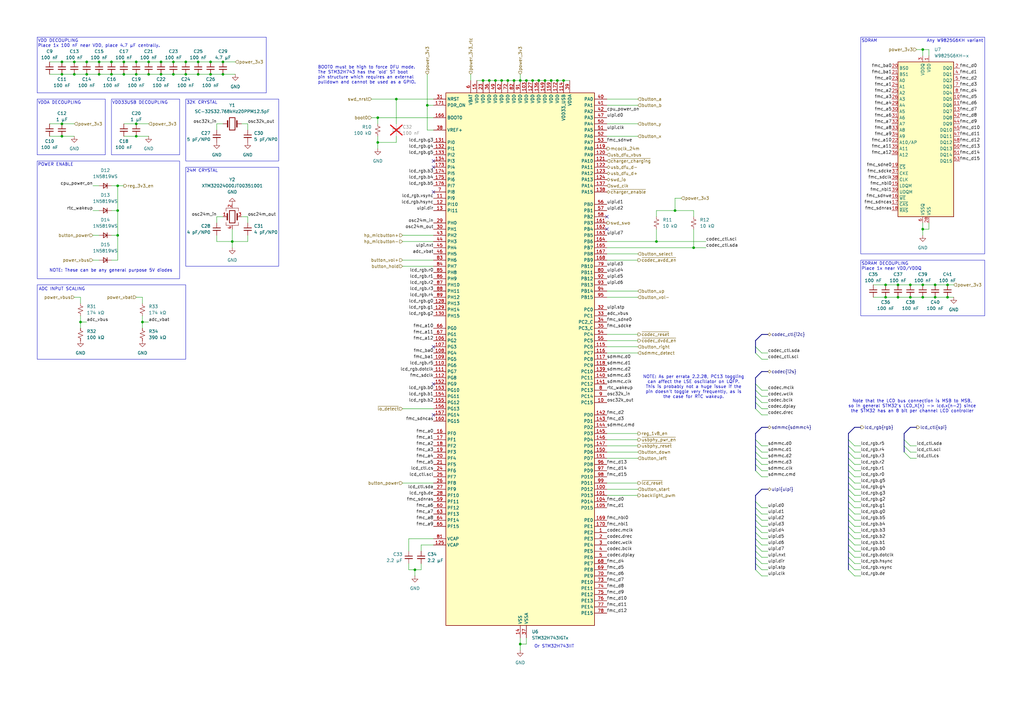
<source format=kicad_sch>
(kicad_sch (version 20250114) (generator "eeschema") (generator_version "9.0")
  (paper "A3")
  (title_block (title "CPU/RAM/power-on circuit") (date "2024-11-14") (rev "Rev1") (comment 1 "Author: Aidan MacDonald"))
  (rectangle (start 15.24 116.84) (end 76.2 147.32))
  (rectangle (start 76.2 40.64) (end 114.3 66.04))
  (rectangle (start 45.72 40.64) (end 73.66 63.5))
  (rectangle (start 15.24 66.04) (end 73.66 114.3))
  (rectangle (start 15.24 40.64) (end 43.18 63.5))
  (rectangle (start 76.2 68.58) (end 114.3 109.22))
  (rectangle (start 15.24 15.24) (end 109.22 38.1))
  (rectangle (start 353.06 15.24) (end 403.86 104.14))
  (rectangle (start 353.06 106.68) (end 403.86 129.54))
  (text "32K CRYSTAL" (at 76.454 41.402 0) (effects (font (size 1.27 1.27)) (justify left top)))
  (text "SDRAM DECOUPLING\nPlace 1x near VDD/VDDQ" (at 353.314 109.22 0) (effects (font (size 1.27 1.27)) (justify left)))
  (text "Note that the LCD bus connection is MSB to MSB,\nso in general STM32's LCD_X(n) -> lcd.x(n-2) since\nthe STM32 has an 8 bit per channel LCD controller" (at 374.142 166.624 0) (effects (font (size 1.27 1.27))))
  (text "BOOT0 must be high to force DFU mode.\nThe STM32H743 has the 'old' ST boot\npin structure which requires an external\npulldown and cannot be used as a GPIO." (at 130.302 30.734 0) (effects (font (size 1.27 1.27)) (justify left)))
  (text "Or STM32H743IIT" (at 227.33 265.176 0) (effects (font (size 1.27 1.27))))
  (text "NOTE: These can be any general purpose 5V diodes" (at 45.466 110.998 0) (effects (font (size 1.27 1.27))))
  (text "ADC INPUT SCALING" (at 25.4 118.618 0) (effects (font (size 1.27 1.27))))
  (text "VDD33USB DECOUPLING" (at 45.974 42.164 0) (effects (font (size 1.27 1.27)) (justify left)))
  (text "NOTE: As per errata 2.2.28, PC13 toggling\ncan affect the LSE oscillator on LQFP.\nThis is probably not a huge issue if the\npin doesn't toggle very frequently, as is\nthe case for RTC wakeup." (at 284.48 158.75 0) (effects (font (size 1.27 1.27))))
  (text "VDD DECOUPLING\nPlace 1x 100 nF near VDD, place 4.7 µF centrally." (at 15.494 17.78 0) (effects (font (size 1.27 1.27)) (justify left)))
  (text "VDDA DECOUPLING" (at 15.494 42.164 0) (effects (font (size 1.27 1.27)) (justify left)))
  (text "24M CRYSTAL" (at 76.454 69.342 0) (effects (font (size 1.27 1.27)) (justify left top)))
  (text "SDRAM" (at 353.314 16.764 0) (effects (font (size 1.27 1.27)) (justify left)))
  (text "POWER ENABLE" (at 15.494 67.564 0) (effects (font (size 1.27 1.27)) (justify left)))
  (text "Any W9825G6KH variant" (at 391.668 16.764 0) (effects (font (size 1.27 1.27))))
  (junction (at 378.46 116.84))
  (junction (at 284.48 101.6))
  (junction (at 170.18 233.68))
  (junction (at 25.4 25.4))
  (junction (at 55.88 30.48))
  (junction (at 378.46 93.98))
  (junction (at 55.88 50.8))
  (junction (at 226.06 33.02))
  (junction (at 76.2 25.4))
  (junction (at 48.26 96.52))
  (junction (at 95.25 99.06))
  (junction (at 231.14 33.02))
  (junction (at 388.62 121.92))
  (junction (at 220.98 33.02))
  (junction (at 208.28 33.02))
  (junction (at 48.26 86.36))
  (junction (at 368.3 116.84))
  (junction (at 40.64 25.4))
  (junction (at 60.96 25.4))
  (junction (at 55.88 25.4))
  (junction (at 60.96 30.48))
  (junction (at 81.28 25.4))
  (junction (at 66.04 25.4))
  (junction (at 35.56 30.48))
  (junction (at 276.86 86.36))
  (junction (at 198.12 33.02))
  (junction (at 45.72 25.4))
  (junction (at 86.36 30.48))
  (junction (at 35.56 25.4))
  (junction (at 71.12 30.48))
  (junction (at 368.3 121.92))
  (junction (at 215.9 33.02))
  (junction (at 378.46 121.92))
  (junction (at 40.64 30.48))
  (junction (at 223.52 33.02))
  (junction (at 71.12 25.4))
  (junction (at 154.94 58.42))
  (junction (at 91.44 30.48))
  (junction (at 205.74 33.02))
  (junction (at 45.72 30.48))
  (junction (at 383.54 121.92))
  (junction (at 213.36 33.02))
  (junction (at 91.44 25.4))
  (junction (at 50.8 25.4))
  (junction (at 363.22 116.84))
  (junction (at 25.4 55.88))
  (junction (at 162.56 40.64))
  (junction (at 378.46 20.32))
  (junction (at 200.66 33.02))
  (junction (at 76.2 30.48))
  (junction (at 373.38 116.84))
  (junction (at 175.26 43.18))
  (junction (at 213.36 264.16))
  (junction (at 30.48 30.48))
  (junction (at 383.54 116.84))
  (junction (at 33.02 132.08))
  (junction (at 81.28 30.48))
  (junction (at 25.4 30.48))
  (junction (at 30.48 25.4))
  (junction (at 55.88 55.88))
  (junction (at 269.24 99.06))
  (junction (at 58.42 132.08))
  (junction (at 363.22 121.92))
  (junction (at 86.36 25.4))
  (junction (at 203.2 33.02))
  (junction (at 48.26 76.2))
  (junction (at 50.8 30.48))
  (junction (at 25.4 50.8))
  (junction (at 218.44 33.02))
  (junction (at 373.38 121.92))
  (junction (at 388.62 116.84))
  (junction (at 210.82 33.02))
  (junction (at 154.94 48.26))
  (junction (at 228.6 33.02))
  (junction (at 66.04 30.48))
  (no_connect (at 177.8 170.18))
  (no_connect (at 177.8 157.48))
  (no_connect (at 248.92 93.98))
  (no_connect (at 177.8 66.04))
  (no_connect (at 248.92 88.9))
  (no_connect (at 177.8 142.24))
  (no_connect (at 177.8 78.74))
  (no_connect (at 177.8 68.58))
  (bus_entry (at 309.88 160.02) (size 2.54 2.54))
  (bus_entry (at 309.88 213.36) (size 2.54 2.54))
  (bus_entry (at 309.88 215.9) (size 2.54 2.54))
  (bus_entry (at 347.98 223.52) (size 2.54 2.54))
  (bus_entry (at 370.84 182.88) (size 2.54 2.54))
  (bus_entry (at 347.98 213.36) (size 2.54 2.54))
  (bus_entry (at 309.88 162.56) (size 2.54 2.54))
  (bus_entry (at 309.88 142.24) (size 2.54 2.54))
  (bus_entry (at 347.98 226.06) (size 2.54 2.54))
  (bus_entry (at 347.98 220.98) (size 2.54 2.54))
  (bus_entry (at 347.98 210.82) (size 2.54 2.54))
  (bus_entry (at 309.88 182.88) (size 2.54 2.54))
  (bus_entry (at 347.98 218.44) (size 2.54 2.54))
  (bus_entry (at 347.98 190.5) (size 2.54 2.54))
  (bus_entry (at 309.88 144.78) (size 2.54 2.54))
  (bus_entry (at 347.98 205.74) (size 2.54 2.54))
  (bus_entry (at 309.88 165.1) (size 2.54 2.54))
  (bus_entry (at 347.98 208.28) (size 2.54 2.54))
  (bus_entry (at 309.88 223.52) (size 2.54 2.54))
  (bus_entry (at 347.98 215.9) (size 2.54 2.54))
  (bus_entry (at 309.88 185.42) (size 2.54 2.54))
  (bus_entry (at 309.88 210.82) (size 2.54 2.54))
  (bus_entry (at 347.98 233.68) (size 2.54 2.54))
  (bus_entry (at 347.98 193.04) (size 2.54 2.54))
  (bus_entry (at 309.88 233.68) (size 2.54 2.54))
  (bus_entry (at 347.98 228.6) (size 2.54 2.54))
  (bus_entry (at 309.88 220.98) (size 2.54 2.54))
  (bus_entry (at 309.88 180.34) (size 2.54 2.54))
  (bus_entry (at 309.88 167.64) (size 2.54 2.54))
  (bus_entry (at 370.84 185.42) (size 2.54 2.54))
  (bus_entry (at 309.88 208.28) (size 2.54 2.54))
  (bus_entry (at 309.88 226.06) (size 2.54 2.54))
  (bus_entry (at 309.88 157.48) (size 2.54 2.54))
  (bus_entry (at 347.98 200.66) (size 2.54 2.54))
  (bus_entry (at 370.84 180.34) (size 2.54 2.54))
  (bus_entry (at 347.98 203.2) (size 2.54 2.54))
  (bus_entry (at 309.88 190.5) (size 2.54 2.54))
  (bus_entry (at 309.88 193.04) (size 2.54 2.54))
  (bus_entry (at 347.98 195.58) (size 2.54 2.54))
  (bus_entry (at 347.98 185.42) (size 2.54 2.54))
  (bus_entry (at 309.88 205.74) (size 2.54 2.54))
  (bus_entry (at 309.88 218.44) (size 2.54 2.54))
  (bus_entry (at 347.98 231.14) (size 2.54 2.54))
  (bus_entry (at 309.88 228.6) (size 2.54 2.54))
  (bus_entry (at 347.98 198.12) (size 2.54 2.54))
  (bus_entry (at 309.88 231.14) (size 2.54 2.54))
  (bus_entry (at 309.88 187.96) (size 2.54 2.54))
  (bus_entry (at 347.98 182.88) (size 2.54 2.54))
  (bus_entry (at 347.98 187.96) (size 2.54 2.54))
  (bus_entry (at 347.98 180.34) (size 2.54 2.54))
  (bus (pts (xy 309.88 154.94) (xy 312.42 152.4)))
  (wire (pts (xy 101.6 50.8) (xy 99.06 50.8)))
  (wire (pts (xy 312.42 185.42) (xy 314.96 185.42)))
  (wire (pts (xy 165.1 109.22) (xy 177.8 109.22)))
  (bus (pts (xy 347.98 182.88) (xy 347.98 185.42)))
  (wire (pts (xy 30.48 25.4) (xy 35.56 25.4)))
  (wire (pts (xy 228.6 33.02) (xy 231.14 33.02)))
  (wire (pts (xy 312.42 195.58) (xy 314.96 195.58)))
  (wire (pts (xy 353.06 185.42) (xy 350.52 185.42)))
  (wire (pts (xy 381 93.98) (xy 381 91.44)))
  (wire (pts (xy 284.48 86.36) (xy 284.48 88.9)))
  (wire (pts (xy 50.8 76.2) (xy 48.26 76.2)))
  (wire (pts (xy 165.1 167.64) (xy 177.8 167.64)))
  (bus (pts (xy 309.88 226.06) (xy 309.88 228.6)))
  (bus (pts (xy 309.88 223.52) (xy 309.88 226.06)))
  (bus (pts (xy 347.98 185.42) (xy 347.98 187.96)))
  (wire (pts (xy 76.2 25.4) (xy 81.28 25.4)))
  (wire (pts (xy 172.72 233.68) (xy 170.18 233.68)))
  (wire (pts (xy 312.42 231.14) (xy 314.96 231.14)))
  (wire (pts (xy 353.06 200.66) (xy 350.52 200.66)))
  (wire (pts (xy 261.62 177.8) (xy 248.92 177.8)))
  (bus (pts (xy 347.98 215.9) (xy 347.98 218.44)))
  (wire (pts (xy 353.06 218.44) (xy 350.52 218.44)))
  (bus (pts (xy 309.88 185.42) (xy 309.88 187.96)))
  (wire (pts (xy 378.46 20.32) (xy 378.46 22.86)))
  (wire (pts (xy 101.6 88.9) (xy 99.06 88.9)))
  (wire (pts (xy 261.62 139.7) (xy 248.92 139.7)))
  (wire (pts (xy 88.9 96.52) (xy 88.9 99.06)))
  (bus (pts (xy 309.88 165.1) (xy 309.88 167.64)))
  (wire (pts (xy 312.42 167.64) (xy 314.96 167.64)))
  (wire (pts (xy 45.72 96.52) (xy 48.26 96.52)))
  (wire (pts (xy 353.06 233.68) (xy 350.52 233.68)))
  (bus (pts (xy 347.98 228.6) (xy 347.98 231.14)))
  (wire (pts (xy 55.88 50.8) (xy 60.96 50.8)))
  (wire (pts (xy 162.56 58.42) (xy 154.94 58.42)))
  (wire (pts (xy 165.1 106.68) (xy 177.8 106.68)))
  (wire (pts (xy 177.8 220.98) (xy 167.64 220.98)))
  (wire (pts (xy 58.42 132.08) (xy 58.42 134.62)))
  (wire (pts (xy 213.36 264.16) (xy 215.9 264.16)))
  (wire (pts (xy 195.58 33.02) (xy 198.12 33.02)))
  (wire (pts (xy 353.06 205.74) (xy 350.52 205.74)))
  (bus (pts (xy 347.98 220.98) (xy 347.98 223.52)))
  (wire (pts (xy 353.06 203.2) (xy 350.52 203.2)))
  (wire (pts (xy 58.42 129.54) (xy 58.42 132.08)))
  (wire (pts (xy 38.1 76.2) (xy 40.64 76.2)))
  (bus (pts (xy 312.42 152.4) (xy 314.96 152.4)))
  (wire (pts (xy 312.42 147.32) (xy 314.96 147.32)))
  (wire (pts (xy 175.26 30.48) (xy 175.26 43.18)))
  (wire (pts (xy 154.94 48.26) (xy 154.94 50.8)))
  (wire (pts (xy 312.42 228.6) (xy 314.96 228.6)))
  (wire (pts (xy 276.86 81.28) (xy 276.86 86.36)))
  (wire (pts (xy 248.92 99.06) (xy 269.24 99.06)))
  (wire (pts (xy 358.14 121.92) (xy 363.22 121.92)))
  (wire (pts (xy 378.46 116.84) (xy 383.54 116.84)))
  (wire (pts (xy 33.02 132.08) (xy 33.02 134.62)))
  (wire (pts (xy 312.42 236.22) (xy 314.96 236.22)))
  (wire (pts (xy 48.26 76.2) (xy 45.72 76.2)))
  (wire (pts (xy 378.46 93.98) (xy 378.46 96.52)))
  (wire (pts (xy 284.48 101.6) (xy 289.56 101.6)))
  (bus (pts (xy 309.88 215.9) (xy 309.88 218.44)))
  (bus (pts (xy 347.98 180.34) (xy 347.98 182.88)))
  (wire (pts (xy 373.38 121.92) (xy 378.46 121.92)))
  (wire (pts (xy 45.72 86.36) (xy 48.26 86.36)))
  (wire (pts (xy 261.62 50.8) (xy 248.92 50.8)))
  (wire (pts (xy 353.06 228.6) (xy 350.52 228.6)))
  (bus (pts (xy 347.98 177.8) (xy 347.98 180.34)))
  (wire (pts (xy 248.92 200.66) (xy 261.62 200.66)))
  (bus (pts (xy 309.88 220.98) (xy 309.88 223.52)))
  (bus (pts (xy 347.98 193.04) (xy 347.98 195.58)))
  (wire (pts (xy 353.06 220.98) (xy 350.52 220.98)))
  (wire (pts (xy 58.42 132.08) (xy 60.96 132.08)))
  (bus (pts (xy 347.98 200.66) (xy 347.98 203.2)))
  (wire (pts (xy 312.42 160.02) (xy 314.96 160.02)))
  (wire (pts (xy 38.1 106.68) (xy 40.64 106.68)))
  (wire (pts (xy 350.52 187.96) (xy 353.06 187.96)))
  (wire (pts (xy 58.42 121.92) (xy 58.42 124.46)))
  (wire (pts (xy 193.04 30.48) (xy 193.04 33.02)))
  (wire (pts (xy 55.88 55.88) (xy 60.96 55.88)))
  (wire (pts (xy 312.42 190.5) (xy 314.96 190.5)))
  (bus (pts (xy 309.88 210.82) (xy 309.88 213.36)))
  (bus (pts (xy 309.88 157.48) (xy 309.88 160.02)))
  (wire (pts (xy 50.8 30.48) (xy 55.88 30.48)))
  (wire (pts (xy 220.98 33.02) (xy 223.52 33.02)))
  (wire (pts (xy 175.26 43.18) (xy 177.8 43.18)))
  (wire (pts (xy 25.4 25.4) (xy 30.48 25.4)))
  (wire (pts (xy 312.42 233.68) (xy 314.96 233.68)))
  (wire (pts (xy 165.1 99.06) (xy 177.8 99.06)))
  (bus (pts (xy 309.88 162.56) (xy 309.88 165.1)))
  (bus (pts (xy 347.98 198.12) (xy 347.98 200.66)))
  (wire (pts (xy 167.64 233.68) (xy 170.18 233.68)))
  (wire (pts (xy 261.62 104.14) (xy 248.92 104.14)))
  (wire (pts (xy 353.06 215.9) (xy 350.52 215.9)))
  (wire (pts (xy 218.44 33.02) (xy 220.98 33.02)))
  (bus (pts (xy 347.98 231.14) (xy 347.98 233.68)))
  (wire (pts (xy 81.28 25.4) (xy 86.36 25.4)))
  (wire (pts (xy 261.62 187.96) (xy 248.92 187.96)))
  (wire (pts (xy 198.12 33.02) (xy 200.66 33.02)))
  (bus (pts (xy 309.88 187.96) (xy 309.88 190.5)))
  (wire (pts (xy 353.06 195.58) (xy 350.52 195.58)))
  (bus (pts (xy 309.88 160.02) (xy 309.88 162.56)))
  (wire (pts (xy 20.32 55.88) (xy 25.4 55.88)))
  (wire (pts (xy 95.25 101.6) (xy 95.25 99.06)))
  (bus (pts (xy 347.98 205.74) (xy 347.98 208.28)))
  (wire (pts (xy 375.92 187.96) (xy 373.38 187.96)))
  (bus (pts (xy 347.98 190.5) (xy 347.98 193.04)))
  (wire (pts (xy 378.46 93.98) (xy 378.46 91.44)))
  (wire (pts (xy 261.62 40.64) (xy 248.92 40.64)))
  (wire (pts (xy 152.4 48.26) (xy 154.94 48.26)))
  (wire (pts (xy 353.06 190.5) (xy 350.52 190.5)))
  (wire (pts (xy 20.32 25.4) (xy 25.4 25.4)))
  (wire (pts (xy 383.54 116.84) (xy 388.62 116.84)))
  (wire (pts (xy 213.36 30.48) (xy 213.36 33.02)))
  (wire (pts (xy 388.62 116.84) (xy 391.16 116.84)))
  (wire (pts (xy 231.14 33.02) (xy 233.68 33.02)))
  (bus (pts (xy 309.88 139.7) (xy 309.88 142.24)))
  (wire (pts (xy 60.96 30.48) (xy 66.04 30.48)))
  (wire (pts (xy 261.62 203.2) (xy 248.92 203.2)))
  (wire (pts (xy 353.06 223.52) (xy 350.52 223.52)))
  (wire (pts (xy 261.62 119.38) (xy 248.92 119.38)))
  (bus (pts (xy 370.84 177.8) (xy 370.84 180.34)))
  (wire (pts (xy 269.24 86.36) (xy 276.86 86.36)))
  (wire (pts (xy 162.56 55.88) (xy 162.56 58.42)))
  (wire (pts (xy 353.06 236.22) (xy 350.52 236.22)))
  (wire (pts (xy 205.74 33.02) (xy 208.28 33.02)))
  (wire (pts (xy 261.62 106.68) (xy 248.92 106.68)))
  (bus (pts (xy 347.98 226.06) (xy 347.98 228.6)))
  (bus (pts (xy 347.98 203.2) (xy 347.98 205.74)))
  (wire (pts (xy 38.1 96.52) (xy 40.64 96.52)))
  (wire (pts (xy 170.18 233.68) (xy 170.18 236.22)))
  (wire (pts (xy 276.86 86.36) (xy 284.48 86.36)))
  (wire (pts (xy 312.42 187.96) (xy 314.96 187.96)))
  (wire (pts (xy 363.22 116.84) (xy 368.3 116.84)))
  (wire (pts (xy 203.2 33.02) (xy 205.74 33.02)))
  (wire (pts (xy 261.62 121.92) (xy 248.92 121.92)))
  (wire (pts (xy 81.28 30.48) (xy 86.36 30.48)))
  (wire (pts (xy 71.12 30.48) (xy 76.2 30.48)))
  (wire (pts (xy 375.92 185.42) (xy 373.38 185.42)))
  (wire (pts (xy 269.24 88.9) (xy 269.24 86.36)))
  (wire (pts (xy 200.66 33.02) (xy 203.2 33.02)))
  (wire (pts (xy 312.42 223.52) (xy 314.96 223.52)))
  (wire (pts (xy 383.54 121.92) (xy 388.62 121.92)))
  (wire (pts (xy 172.72 231.14) (xy 172.72 233.68)))
  (wire (pts (xy 88.9 99.06) (xy 95.25 99.06)))
  (wire (pts (xy 363.22 121.92) (xy 368.3 121.92)))
  (bus (pts (xy 309.88 177.8) (xy 309.88 180.34)))
  (bus (pts (xy 309.88 205.74) (xy 309.88 208.28)))
  (wire (pts (xy 177.8 53.34) (xy 175.26 53.34)))
  (wire (pts (xy 312.42 218.44) (xy 314.96 218.44)))
  (bus (pts (xy 347.98 213.36) (xy 347.98 215.9)))
  (wire (pts (xy 373.38 116.84) (xy 378.46 116.84)))
  (wire (pts (xy 261.62 137.16) (xy 248.92 137.16)))
  (wire (pts (xy 154.94 48.26) (xy 177.8 48.26)))
  (wire (pts (xy 358.14 116.84) (xy 363.22 116.84)))
  (wire (pts (xy 312.42 215.9) (xy 314.96 215.9)))
  (bus (pts (xy 312.42 137.16) (xy 314.96 137.16)))
  (bus (pts (xy 347.98 187.96) (xy 347.98 190.5)))
  (wire (pts (xy 38.1 86.36) (xy 40.64 86.36)))
  (wire (pts (xy 172.72 223.52) (xy 177.8 223.52)))
  (wire (pts (xy 312.42 220.98) (xy 314.96 220.98)))
  (wire (pts (xy 25.4 50.8) (xy 30.48 50.8)))
  (bus (pts (xy 309.88 231.14) (xy 309.88 233.68)))
  (wire (pts (xy 101.6 99.06) (xy 95.25 99.06)))
  (bus (pts (xy 347.98 195.58) (xy 347.98 198.12)))
  (wire (pts (xy 312.42 170.18) (xy 314.96 170.18)))
  (bus (pts (xy 370.84 182.88) (xy 370.84 180.34)))
  (wire (pts (xy 66.04 25.4) (xy 71.12 25.4)))
  (bus (pts (xy 309.88 208.28) (xy 309.88 210.82)))
  (wire (pts (xy 215.9 261.62) (xy 215.9 264.16)))
  (bus (pts (xy 312.42 200.66) (xy 314.96 200.66)))
  (wire (pts (xy 312.42 226.06) (xy 314.96 226.06)))
  (wire (pts (xy 91.44 25.4) (xy 96.52 25.4)))
  (wire (pts (xy 66.04 30.48) (xy 71.12 30.48)))
  (wire (pts (xy 162.56 40.64) (xy 177.8 40.64)))
  (wire (pts (xy 368.3 116.84) (xy 373.38 116.84)))
  (wire (pts (xy 33.02 129.54) (xy 33.02 132.08)))
  (wire (pts (xy 167.64 231.14) (xy 167.64 233.68)))
  (wire (pts (xy 269.24 99.06) (xy 289.56 99.06)))
  (wire (pts (xy 101.6 50.8) (xy 101.6 53.34)))
  (wire (pts (xy 226.06 33.02) (xy 228.6 33.02)))
  (bus (pts (xy 309.88 203.2) (xy 312.42 200.66)))
  (wire (pts (xy 312.42 182.88) (xy 314.96 182.88)))
  (wire (pts (xy 101.6 96.52) (xy 101.6 99.06)))
  (wire (pts (xy 60.96 25.4) (xy 66.04 25.4)))
  (bus (pts (xy 347.98 177.8) (xy 350.52 175.26)))
  (wire (pts (xy 353.06 210.82) (xy 350.52 210.82)))
  (wire (pts (xy 353.06 208.28) (xy 350.52 208.28)))
  (bus (pts (xy 309.88 154.94) (xy 309.88 157.48)))
  (wire (pts (xy 375.92 182.88) (xy 373.38 182.88)))
  (wire (pts (xy 261.62 180.34) (xy 248.92 180.34)))
  (wire (pts (xy 88.9 88.9) (xy 88.9 91.44)))
  (bus (pts (xy 347.98 208.28) (xy 347.98 210.82)))
  (wire (pts (xy 353.06 231.14) (xy 350.52 231.14)))
  (wire (pts (xy 30.48 30.48) (xy 35.56 30.48)))
  (wire (pts (xy 95.25 99.06) (xy 95.25 93.98)))
  (wire (pts (xy 261.62 198.12) (xy 248.92 198.12)))
  (wire (pts (xy 312.42 210.82) (xy 314.96 210.82)))
  (wire (pts (xy 167.64 220.98) (xy 167.64 226.06)))
  (wire (pts (xy 45.72 25.4) (xy 50.8 25.4)))
  (wire (pts (xy 88.9 88.9) (xy 91.44 88.9)))
  (wire (pts (xy 50.8 25.4) (xy 55.88 25.4)))
  (wire (pts (xy 25.4 55.88) (xy 30.48 55.88)))
  (wire (pts (xy 88.9 50.8) (xy 88.9 53.34)))
  (wire (pts (xy 76.2 30.48) (xy 81.28 30.48)))
  (wire (pts (xy 381 22.86) (xy 381 20.32)))
  (wire (pts (xy 40.64 30.48) (xy 45.72 30.48)))
  (wire (pts (xy 165.1 96.52) (xy 177.8 96.52)))
  (wire (pts (xy 86.36 30.48) (xy 91.44 30.48)))
  (wire (pts (xy 30.48 121.92) (xy 33.02 121.92)))
  (bus (pts (xy 347.98 223.52) (xy 347.98 226.06)))
  (wire (pts (xy 269.24 93.98) (xy 269.24 99.06)))
  (wire (pts (xy 388.62 121.92) (xy 391.16 121.92)))
  (bus (pts (xy 309.88 218.44) (xy 309.88 220.98)))
  (wire (pts (xy 165.1 198.12) (xy 177.8 198.12)))
  (wire (pts (xy 55.88 30.48) (xy 60.96 30.48)))
  (wire (pts (xy 71.12 25.4) (xy 76.2 25.4)))
  (wire (pts (xy 261.62 43.18) (xy 248.92 43.18)))
  (wire (pts (xy 378.46 121.92) (xy 383.54 121.92)))
  (bus (pts (xy 309.88 228.6) (xy 309.88 231.14)))
  (bus (pts (xy 309.88 177.8) (xy 312.42 175.26)))
  (bus (pts (xy 350.52 175.26) (xy 353.06 175.26)))
  (wire (pts (xy 45.72 30.48) (xy 50.8 30.48)))
  (bus (pts (xy 312.42 175.26) (xy 314.96 175.26)))
  (wire (pts (xy 261.62 142.24) (xy 248.92 142.24)))
  (wire (pts (xy 213.36 33.02) (xy 215.9 33.02)))
  (wire (pts (xy 20.32 30.48) (xy 25.4 30.48)))
  (wire (pts (xy 312.42 193.04) (xy 314.96 193.04)))
  (wire (pts (xy 312.42 144.78) (xy 314.96 144.78)))
  (wire (pts (xy 154.94 60.96) (xy 154.94 58.42)))
  (wire (pts (xy 210.82 33.02) (xy 213.36 33.02)))
  (wire (pts (xy 312.42 208.28) (xy 314.96 208.28)))
  (bus (pts (xy 309.88 139.7) (xy 312.42 137.16)))
  (wire (pts (xy 91.44 30.48) (xy 96.52 30.48)))
  (wire (pts (xy 48.26 106.68) (xy 48.26 96.52)))
  (wire (pts (xy 261.62 185.42) (xy 248.92 185.42)))
  (wire (pts (xy 261.62 144.78) (xy 248.92 144.78)))
  (wire (pts (xy 213.36 261.62) (xy 213.36 264.16)))
  (bus (pts (xy 309.88 213.36) (xy 309.88 215.9)))
  (wire (pts (xy 375.92 20.32) (xy 378.46 20.32)))
  (wire (pts (xy 152.4 40.64) (xy 162.56 40.64)))
  (wire (pts (xy 213.36 266.7) (xy 213.36 264.16)))
  (wire (pts (xy 50.8 55.88) (xy 55.88 55.88)))
  (wire (pts (xy 101.6 88.9) (xy 101.6 91.44)))
  (wire (pts (xy 88.9 50.8) (xy 91.44 50.8)))
  (bus (pts (xy 309.88 203.2) (xy 309.88 205.74)))
  (bus (pts (xy 347.98 210.82) (xy 347.98 213.36)))
  (wire (pts (xy 35.56 30.48) (xy 40.64 30.48)))
  (wire (pts (xy 312.42 162.56) (xy 314.96 162.56)))
  (wire (pts (xy 353.06 226.06) (xy 350.52 226.06)))
  (wire (pts (xy 312.42 165.1) (xy 314.96 165.1)))
  (bus (pts (xy 309.88 180.34) (xy 309.88 182.88)))
  (wire (pts (xy 50.8 50.8) (xy 55.88 50.8)))
  (wire (pts (xy 353.06 193.04) (xy 350.52 193.04)))
  (wire (pts (xy 35.56 25.4) (xy 40.64 25.4)))
  (wire (pts (xy 353.06 198.12) (xy 350.52 198.12)))
  (bus (pts (xy 370.84 177.8) (xy 373.38 175.26)))
  (wire (pts (xy 55.88 25.4) (xy 60.96 25.4)))
  (wire (pts (xy 368.3 121.92) (xy 373.38 121.92)))
  (bus (pts (xy 347.98 218.44) (xy 347.98 220.98)))
  (bus (pts (xy 309.88 182.88) (xy 309.88 185.42)))
  (wire (pts (xy 25.4 30.48) (xy 30.48 30.48)))
  (bus (pts (xy 309.88 190.5) (xy 309.88 193.04)))
  (wire (pts (xy 86.36 25.4) (xy 91.44 25.4)))
  (wire (pts (xy 312.42 213.36) (xy 314.96 213.36)))
  (wire (pts (xy 381 20.32) (xy 378.46 20.32)))
  (wire (pts (xy 33.02 121.92) (xy 33.02 124.46)))
  (wire (pts (xy 353.06 213.36) (xy 350.52 213.36)))
  (bus (pts (xy 373.38 175.26) (xy 375.92 175.26)))
  (wire (pts (xy 20.32 50.8) (xy 25.4 50.8)))
  (wire (pts (xy 261.62 182.88) (xy 248.92 182.88)))
  (wire (pts (xy 154.94 58.42) (xy 154.94 55.88)))
  (wire (pts (xy 261.62 55.88) (xy 248.92 55.88)))
  (wire (pts (xy 378.46 93.98) (xy 381 93.98)))
  (wire (pts (xy 284.48 93.98) (xy 284.48 101.6)))
  (wire (pts (xy 208.28 33.02) (xy 210.82 33.02)))
  (wire (pts (xy 175.26 53.34) (xy 175.26 43.18)))
  (wire (pts (xy 35.56 132.08) (xy 33.02 132.08)))
  (wire (pts (xy 55.88 121.92) (xy 58.42 121.92)))
  (wire (pts (xy 48.26 86.36) (xy 48.26 76.2)))
  (wire (pts (xy 276.86 81.28) (xy 279.4 81.28)))
  (bus (pts (xy 370.84 185.42) (xy 370.84 182.88)))
  (wire (pts (xy 172.72 226.06) (xy 172.72 223.52)))
  (wire (pts (xy 162.56 40.64) (xy 162.56 50.8)))
  (wire (pts (xy 40.64 25.4) (xy 45.72 25.4)))
  (wire (pts (xy 215.9 33.02) (xy 218.44 33.02)))
  (wire (pts (xy 45.72 106.68) (xy 48.26 106.68)))
  (bus (pts (xy 309.88 142.24) (xy 309.88 144.78)))
  (wire (pts (xy 223.52 33.02) (xy 226.06 33.02)))
  (wire (pts (xy 353.06 182.88) (xy 350.52 182.88)))
  (wire (pts (xy 248.92 101.6) (xy 284.48 101.6)))
  (wire (pts (xy 48.26 96.52) (xy 48.26 86.36)))
  (label "ulpi.d7" (at 314.96 226.06 0))
  (label "lcd_rgb.b2" (at 177.8 165.1 180))
  (label "lcd_rgb.g2" (at 353.06 205.74 0))
  (label "osc24m_out" (at 177.8 93.98 180))
  (label "ulpi.d4" (at 248.92 111.76 0))
  (label "lcd_rgb.r3" (at 177.8 119.38 180))
  (label "adc_vbus" (at 35.56 132.08 0))
  (label "fmc_sdncas" (at 365.76 83.82 180))
  (label "adc_vbus" (at 248.92 129.54 0))
  (label "codec_ctl.scl" (at 314.96 147.32 0))
  (label "codec.drec" (at 314.96 170.18 0))
  (label "fmc_d11" (at 393.7 55.88 0))
  (label "osc32k_out" (at 101.6 50.8 0))
  (label "lcd_rgb.b4" (at 177.8 73.66 180))
  (label "fmc_a9" (at 365.76 55.88 180))
  (label "sdmmc.cmd" (at 314.96 195.58 0))
  (label "fmc_d9" (at 393.7 50.8 0))
  (label "osc32k_in" (at 88.9 50.8 180))
  (label "codec_ctl.sda" (at 289.56 101.6 0))
  (label "lcd_rgb.de" (at 177.8 203.2 180))
  (label "codec.dplay" (at 314.96 167.64 0))
  (label "fmc_sdnwe" (at 365.76 81.28 180))
  (label "fmc_a2" (at 177.8 182.88 180))
  (label "ulpi.stp" (at 314.96 233.68 0))
  (label "lcd_ctl.sda" (at 375.92 182.88 0))
  (label "fmc_sdclk" (at 177.8 154.94 180))
  (label "fmc_nbl0" (at 248.92 213.36 0))
  (label "ulpi.stp" (at 248.92 127 0))
  (label "fmc_sdne0" (at 365.76 68.58 180))
  (label "lcd_rgb.b1" (at 353.06 223.52 0))
  (label "osc24m_out" (at 101.6 88.9 0))
  (label "lcd_ctl.scl" (at 177.8 195.58 180))
  (label "fmc_d4" (at 393.7 38.1 0))
  (label "lcd_rgb.b3" (at 177.8 71.12 180))
  (label "fmc_d1" (at 248.92 208.28 0))
  (label "lcd_rgb.b0" (at 353.06 226.06 0))
  (label "fmc_d4" (at 248.92 231.14 0))
  (label "lcd_ctl.scl" (at 375.92 185.42 0))
  (label "sdmmc.d2" (at 248.92 152.4 0))
  (label "fmc_d8" (at 393.7 48.26 0))
  (label "lcd_ctl.sda" (at 177.8 200.66 180))
  (label "lcd_rgb.r5" (at 353.06 182.88 0))
  (label "lcd_rgb.b4" (at 353.06 215.9 0))
  (label "fmc_a12" (at 177.8 139.7 180))
  (label "lcd_rgb.r1" (at 177.8 114.3 180))
  (label "fmc_a8" (at 177.8 213.36 180))
  (label "fmc_a7" (at 177.8 210.82 180))
  (label "fmc_d6" (at 393.7 43.18 0))
  (label "fmc_d8" (at 248.92 241.3 0))
  (label "fmc_a5" (at 365.76 45.72 180))
  (label "ulpi.clk" (at 314.96 236.22 0))
  (label "ulpi.clk" (at 248.92 53.34 0))
  (label "ulpi.dir" (at 314.96 231.14 0))
  (label "fmc_d6" (at 248.92 236.22 0))
  (label "lcd_rgb.b5" (at 353.06 213.36 0))
  (label "lcd_rgb.r5" (at 177.8 149.86 180))
  (label "lcd_rgb.vsync" (at 177.8 81.28 180))
  (label "fmc_d1" (at 393.7 30.48 0))
  (label "sdmmc.d3" (at 248.92 154.94 0))
  (label "fmc_d10" (at 248.92 246.38 0))
  (label "lcd_rgb.g0" (at 353.06 210.82 0))
  (label "fmc_a0" (at 365.76 33.02 180))
  (label "lcd_rgb.dotclk" (at 353.06 228.6 0))
  (label "ulpi.nxt" (at 177.8 101.6 180))
  (label "lcd_rgb.g3" (at 353.06 203.2 0))
  (label "fmc_a10" (at 177.8 134.62 180))
  (label "fmc_d3" (at 393.7 35.56 0))
  (label "fmc_a2" (at 365.76 38.1 180))
  (label "ulpi.d1" (at 248.92 83.82 0))
  (label "fmc_d13" (at 393.7 60.96 0))
  (label "fmc_d14" (at 393.7 63.5 0))
  (label "fmc_a0" (at 177.8 177.8 180))
  (label "ulpi.d2" (at 248.92 86.36 0))
  (label "lcd_rgb.g1" (at 353.06 208.28 0))
  (label "lcd_rgb.g5" (at 177.8 63.5 180))
  (label "fmc_d7" (at 248.92 238.76 0))
  (label "lcd_rgb.g4" (at 353.06 200.66 0))
  (label "fmc_a3" (at 365.76 40.64 180))
  (label "ulpi.d0" (at 314.96 208.28 0))
  (label "fmc_ba1" (at 177.8 147.32 180))
  (label "fmc_d15" (at 393.7 66.04 0))
  (label "fmc_sdcke" (at 248.92 134.62 0))
  (label "sdmmc.clk" (at 314.96 193.04 0))
  (label "ulpi.d7" (at 248.92 96.52 0))
  (label "codec.bclk" (at 314.96 165.1 0))
  (label "sdmmc.d2" (at 314.96 187.96 0))
  (label "lcd_rgb.g4" (at 177.8 60.96 180))
  (label "fmc_a6" (at 177.8 208.28 180))
  (label "ulpi.nxt" (at 314.96 228.6 0))
  (label "fmc_a3" (at 177.8 185.42 180))
  (label "fmc_d14" (at 248.92 193.04 0))
  (label "lcd_rgb.g1" (at 177.8 127 180))
  (label "sdmmc.clk" (at 248.92 157.48 0))
  (label "fmc_d0" (at 393.7 27.94 0))
  (label "fmc_d13" (at 248.92 190.5 0))
  (label "fmc_d12" (at 248.92 251.46 0))
  (label "fmc_a9" (at 177.8 215.9 180))
  (label "fmc_a1" (at 365.76 35.56 180))
  (label "codec_ctl.sda" (at 314.96 144.78 0))
  (label "fmc_ba0" (at 365.76 27.94 180))
  (label "fmc_sdcke" (at 365.76 71.12 180))
  (label "osc32k_in" (at 248.92 162.56 0))
  (label "osc24m_in" (at 177.8 91.44 180))
  (label "lcd_rgb.g2" (at 177.8 129.54 180))
  (label "lcd_rgb.g5" (at 353.06 198.12 0))
  (label "fmc_a4" (at 365.76 43.18 180))
  (label "fmc_d9" (at 248.92 243.84 0))
  (label "lcd_rgb.r2" (at 177.8 116.84 180))
  (label "lcd_rgb.g3" (at 177.8 58.42 180))
  (label "rtc_wakeup" (at 248.92 160.02 0))
  (label "fmc_sdncas" (at 177.8 172.72 180))
  (label "ulpi.dir" (at 177.8 86.36 180))
  (label "lcd_rgb.hsync" (at 353.06 231.14 0))
  (label "lcd_rgb.de" (at 353.06 236.22 0))
  (label "fmc_ba0" (at 177.8 144.78 180))
  (label "fmc_sdnras" (at 177.8 205.74 180))
  (label "fmc_d2" (at 248.92 170.18 0))
  (label "fmc_a4" (at 177.8 187.96 180))
  (label "fmc_d15" (at 248.92 195.58 0))
  (label "fmc_d2" (at 393.7 33.02 0))
  (label "codec.mclk" (at 248.92 218.44 0))
  (label "lcd_ctl.cs" (at 375.92 187.96 0))
  (label "adc_vbat" (at 60.96 132.08 0))
  (label "fmc_nbl0" (at 365.76 76.2 180))
  (label "lcd_rgb.b1" (at 177.8 162.56 180))
  (label "sdmmc.d1" (at 248.92 149.86 0))
  (label "fmc_sdclk" (at 365.76 73.66 180))
  (label "ulpi.d5" (at 248.92 114.3 0))
  (label "lcd_rgb.vsync" (at 353.06 233.68 0))
  (label "lcd_rgb.b5" (at 177.8 76.2 180))
  (label "lcd_rgb.r3" (at 353.06 187.96 0))
  (label "lcd_rgb.r4" (at 177.8 121.92 180))
  (label "sdmmc.d0" (at 314.96 182.88 0))
  (label "osc24m_in" (at 88.9 88.9 180))
  (label "sdmmc.cmd" (at 248.92 175.26 0))
  (label "cpu_power_on" (at 248.92 45.72 0))
  (label "fmc_a12" (at 365.76 63.5 180))
  (label "lcd_rgb.r0" (at 177.8 111.76 180))
  (label "fmc_d5" (at 248.92 233.68 0))
  (label "codec.dplay" (at 248.92 228.6 0))
  (label "fmc_nbl1" (at 365.76 78.74 180))
  (label "ulpi.d0" (at 248.92 48.26 0))
  (label "sdmmc.d1" (at 314.96 185.42 0))
  (label "rtc_wakeup" (at 38.1 86.36 180))
  (label "fmc_sdne0" (at 248.92 132.08 0))
  (label "fmc_nbl1" (at 248.92 215.9 0))
  (label "ulpi.d4" (at 314.96 218.44 0))
  (label "codec.wclk" (at 248.92 223.52 0))
  (label "fmc_d7" (at 393.7 45.72 0))
  (label "ulpi.d6" (at 314.96 223.52 0))
  (label "lcd_rgb.r2" (at 353.06 190.5 0))
  (label "fmc_a8" (at 365.76 53.34 180))
  (label "fmc_a1" (at 177.8 180.34 180))
  (label "codec_ctl.scl" (at 289.56 99.06 0))
  (label "lcd_rgb.r4" (at 353.06 185.42 0))
  (label "fmc_a11" (at 365.76 60.96 180))
  (label "fmc_a6" (at 365.76 48.26 180))
  (label "fmc_d10" (at 393.7 53.34 0))
  (label "ulpi.d5" (at 314.96 220.98 0))
  (label "lcd_rgb.b0" (at 177.8 160.02 180))
  (label "fmc_d12" (at 393.7 58.42 0))
  (label "fmc_a11" (at 177.8 137.16 180))
  (label "fmc_sdnwe" (at 248.92 58.42 0))
  (label "fmc_ba1" (at 365.76 30.48 180))
  (label "lcd_rgb.hsync" (at 177.8 83.82 180))
  (label "lcd_rgb.dotclk" (at 177.8 152.4 180))
  (label "codec.drec" (at 248.92 220.98 0))
  (label "adc_vbat" (at 177.8 104.14 180))
  (label "ulpi.d3" (at 248.92 109.22 0))
  (label "fmc_a10" (at 365.76 58.42 180))
  (label "sdmmc.d3" (at 314.96 190.5 0))
  (label "osc32k_out" (at 248.92 165.1 0))
  (label "fmc_a5" (at 177.8 190.5 180))
  (label "cpu_power_on" (at 38.1 76.2 180))
  (label "codec.bclk" (at 248.92 226.06 0))
  (label "codec.wclk" (at 314.96 162.56 0))
  (label "ulpi.d6" (at 248.92 116.84 0))
  (label "lcd_rgb.g0" (at 177.8 124.46 180))
  (label "ulpi.d2" (at 314.96 213.36 0))
  (label "lcd_ctl.cs" (at 177.8 193.04 180))
  (label "fmc_d11" (at 248.92 248.92 0))
  (label "lcd_rgb.b2" (at 353.06 220.98 0))
  (label "fmc_sdnras" (at 365.76 86.36 180))
  (label "lcd_rgb.r0" (at 353.06 195.58 0))
  (label "fmc_d0" (at 248.92 205.74 0))
  (label "fmc_d5" (at 393.7 40.64 0))
  (label "codec.mclk" (at 314.96 160.02 0))
  (label "lcd_rgb.r1" (at 353.06 193.04 0))
  (label "lcd_rgb.b3" (at 353.06 218.44 0))
  (label "ulpi.d3" (at 314.96 215.9 0))
  (label "ulpi.d1" (at 314.96 210.82 0))
  (label "fmc_a7" (at 365.76 50.8 180))
  (label "sdmmc.d0" (at 248.92 147.32 0))
  (label "fmc_d3" (at 248.92 172.72 0))
  (hierarchical_label "hp_micbutton-" (shape input) (at 165.1 99.06 180))
  (hierarchical_label "reg_1v8_en" (shape output) (at 261.62 177.8 0))
  (hierarchical_label "~{usbphy_pwr_en}" (shape output) (at 261.62 180.34 0))
  (hierarchical_label "sdmmc_detect" (shape input) (at 261.62 144.78 0))
  (hierarchical_label "ulpi{ulpi}" (shape bidirectional) (at 314.96 200.66 0))
  (hierarchical_label "usb_dfu_d-" (shape bidirectional) (at 248.92 68.58 0))
  (hierarchical_label "swd_clk" (shape input) (at 248.92 76.2 0))
  (hierarchical_label "lcd_ctl{spi}" (shape output) (at 375.92 175.26 0))
  (hierarchical_label "backlight_pwm" (shape output) (at 261.62 203.2 0))
  (hierarchical_label "button_x" (shape input) (at 261.62 55.88 0))
  (hierarchical_label "button_down" (shape input) (at 261.62 185.42 0))
  (hierarchical_label "button_up" (shape input) (at 261.62 119.38 0))
  (hierarchical_label "power_3v3" (shape input) (at 96.52 25.4 0))
  (hierarchical_label "codec{i2s}" (shape bidirectional) (at 314.96 152.4 0))
  (hierarchical_label "~{lo_detect}" (shape input) (at 165.1 167.64 180))
  (hierarchical_label "usb_dfu_vbus" (shape input) (at 248.92 63.5 0))
  (hierarchical_label "power_3v3" (shape input) (at 175.26 30.48 90))
  (hierarchical_label "hp_micbutton+" (shape input) (at 165.1 96.52 180))
  (hierarchical_label "button_hold" (shape input) (at 165.1 109.22 180))
  (hierarchical_label "~{usbphy_reset}" (shape output) (at 261.62 182.88 0))
  (hierarchical_label "~{charger_enable}" (shape tri_state) (at 248.92 78.74 0))
  (hierarchical_label "power_vbus" (shape input) (at 38.1 106.68 180))
  (hierarchical_label "~{codec_reset}" (shape output) (at 261.62 137.16 0))
  (hierarchical_label "power_3v3" (shape input) (at 60.96 50.8 0))
  (hierarchical_label "power_3v3_rtc" (shape input) (at 193.04 30.48 90))
  (hierarchical_label "button_y" (shape input) (at 261.62 50.8 0))
  (hierarchical_label "~{codec_dvdd_en}" (shape output) (at 261.62 139.7 0))
  (hierarchical_label "button_left" (shape input) (at 261.62 187.96 0))
  (hierarchical_label "button_right" (shape input) (at 261.62 142.24 0))
  (hierarchical_label "button_b" (shape input) (at 261.62 43.18 0))
  (hierarchical_label "mcoclk_24m" (shape output) (at 248.92 60.96 0))
  (hierarchical_label "button_start" (shape input) (at 261.62 200.66 0))
  (hierarchical_label "power_3v3" (shape input) (at 375.92 20.32 180))
  (hierarchical_label "usb_dfu_d+" (shape bidirectional) (at 248.92 71.12 0))
  (hierarchical_label "power_3v3" (shape input) (at 30.48 50.8 0))
  (hierarchical_label "power_vbus" (shape input) (at 30.48 121.92 180))
  (hierarchical_label "button_select" (shape input) (at 261.62 104.14 0))
  (hierarchical_label "~{lcd_reset}" (shape output) (at 261.62 198.12 0))
  (hierarchical_label "sdmmc{sdmmc4}" (shape bidirectional) (at 314.96 175.26 0))
  (hierarchical_label "button_a" (shape input) (at 261.62 40.64 0))
  (hierarchical_label "button_power" (shape input) (at 38.1 96.52 180))
  (hierarchical_label "power_3v3" (shape input) (at 279.4 81.28 0))
  (hierarchical_label "~{codec_avdd_en}" (shape output) (at 261.62 106.68 0))
  (hierarchical_label "power_3v3" (shape input) (at 213.36 30.48 90))
  (hierarchical_label "lcd_rgb{rgb}" (shape output) (at 353.06 175.26 0))
  (hierarchical_label "codec_ctl{i2c}" (shape bidirectional) (at 314.96 137.16 0))
  (hierarchical_label "power_vbat" (shape input) (at 55.88 121.92 180))
  (hierarchical_label "button_vol+" (shape input) (at 165.1 106.68 180))
  (hierarchical_label "boot0" (shape input) (at 152.4 48.26 180))
  (hierarchical_label "reg_3v3_en" (shape output) (at 50.8 76.2 0))
  (hierarchical_label "swd_swo" (shape output) (at 248.92 91.44 0))
  (hierarchical_label "~{charger_charging}" (shape input) (at 248.92 66.04 0))
  (hierarchical_label "button_vol-" (shape input) (at 261.62 121.92 0))
  (hierarchical_label "swd_io" (shape bidirectional) (at 248.92 73.66 0))
  (hierarchical_label "power_3v3" (shape input) (at 391.16 116.84 0))
  (hierarchical_label "button_power" (shape input) (at 165.1 198.12 180))
  (hierarchical_label "swd_nrst" (shape input) (at 152.4 40.64 180))
  (symbol (lib_id "power:GND") (at 101.6 58.42 0) (unit 1)
    (property "Reference" "#PWR024" (effects (hide yes)))
    (property "Value" "GND" (at 101.6 63.5 0))
    (property "Description" "Power symbol creates a global label with name \"GND\" , ground" (effects (hide yes)))
  )
  (symbol (lib_id "Device:C_Small") (at 50.8 53.34 0) (unit 1)
    (property "Reference" "C18" (at 50.8 57.912 0))
    (property "Value" "100 nF" (at 50.8 60.452 0))
    (property "Footprint" "Capacitor_SMD:C_0402_1005Metric" (effects (hide yes)))
    (property "Description" "Unpolarized capacitor, small symbol" (effects (hide yes)))
    (property "LCSC#" "C77020" (effects (hide yes)))
  )
  (symbol (lib_id "Device:R_Small_US") (at 33.02 127 0) (unit 1)
    (property "Reference" "R31" (at 35.56 125.7299 0) (effects (justify left)))
    (property "Value" "174 kΩ" (at 35.56 128.2699 0) (effects (justify left)))
    (property "Footprint" "Resistor_SMD:R_0603_1608Metric" (effects (hide yes)))
    (property "Description" "Resistor, small US symbol" (effects (hide yes)))
    (property "LCSC#" "C2933159" (effects (hide yes)))
  )
  (symbol (lib_id "Device:C_Small") (at 50.8 27.94 0) (unit 1)
    (property "Reference" "C17" (at 50.8 21.082 0))
    (property "Value" "100 nF" (at 50.8 23.622 0))
    (property "Footprint" "Capacitor_SMD:C_0402_1005Metric" (effects (hide yes)))
    (property "Description" "Unpolarized capacitor, small symbol" (effects (hide yes)))
    (property "LCSC#" "C77020" (effects (hide yes)))
  )
  (symbol (lib_id "power:GND") (at 154.94 60.96 0) (unit 1)
    (property "Reference" "#PWR025" (effects (hide yes)))
    (property "Value" "GND" (at 154.94 66.04 0))
    (property "Description" "Power symbol creates a global label with name \"GND\" , ground" (effects (hide yes)))
  )
  (symbol (lib_id "power:GND") (at 96.52 30.48 0) (unit 1)
    (property "Reference" "#PWR023" (effects (hide yes)))
    (property "Value" "GND" (at 96.52 35.56 0))
    (property "Description" "Power symbol creates a global label with name \"GND\" , ground" (effects (hide yes)))
  )
  (symbol (lib_id "Device:R_Small_US") (at 284.48 91.44 0) (unit 1)
    (property "Reference" "R12" (at 287.02 90.1699 0) (effects (justify left)))
    (property "Value" "10 kΩ" (at 287.02 92.7099 0) (effects (justify left)))
    (property "Footprint" "Resistor_SMD:R_0402_1005Metric" (effects (hide yes)))
    (property "Description" "Resistor, small US symbol" (effects (hide yes)))
    (property "LCSC#" "C60490" (effects (hide yes)))
  )
  (symbol (lib_id "power:GND") (at 213.36 266.7 0) (unit 1)
    (property "Reference" "#PWR027" (effects (hide yes)))
    (property "Value" "GND" (at 213.36 271.78 0))
    (property "Description" "Power symbol creates a global label with name \"GND\" , ground" (effects (hide yes)))
  )
  (symbol (lib_id "Device:C_Small") (at 383.54 119.38 0) (unit 1)
    (property "Reference" "C40" (at 383.54 123.952 0))
    (property "Value" "100 nF" (at 383.54 126.492 0))
    (property "Footprint" "Capacitor_SMD:C_0402_1005Metric" (effects (hide yes)))
    (property "Description" "Unpolarized capacitor, small symbol" (effects (hide yes)))
    (property "LCSC#" "C77020" (effects (hide yes)))
  )
  (symbol (lib_id "Device:D_Small") (at 43.18 86.36 180) (unit 1)
    (property "Reference" "D13" (at 43.18 80.01 0))
    (property "Value" "1N5819WS" (at 43.18 82.55 0))
    (property "Footprint" "Diode_SMD:D_SOD-323" (effects (hide yes)))
    (property "Description" "Diode, small symbol" (effects (hide yes)))
    (property "Sim.Device" "D" (effects (hide yes)))
    (property "Sim.Pins" "1=K 2=A" (effects (hide yes)))
    (property "LCSC#" "C191023" (effects (hide yes)))
  )
  (symbol (lib_id "Device:D_Small") (at 43.18 76.2 180) (unit 1)
    (property "Reference" "D12" (at 43.18 69.85 0))
    (property "Value" "1N5819WS" (at 43.18 72.39 0))
    (property "Footprint" "Diode_SMD:D_SOD-323" (effects (hide yes)))
    (property "Description" "Diode, small symbol" (effects (hide yes)))
    (property "Sim.Device" "D" (effects (hide yes)))
    (property "Sim.Pins" "1=K 2=A" (effects (hide yes)))
    (property "LCSC#" "C191023" (effects (hide yes)))
  )
  (symbol (lib_id "Device:R_Small_US") (at 154.94 53.34 0) (unit 1)
    (property "Reference" "R10" (at 152.4 52.0699 0) (effects (justify right)))
    (property "Value" "100 kΩ" (at 152.4 54.6099 0) (effects (justify right)))
    (property "Footprint" "Resistor_SMD:R_0402_1005Metric" (effects (hide yes)))
    (property "Description" "Resistor, small US symbol" (effects (hide yes)))
    (property "LCSC#" "C60491" (effects (hide yes)))
  )
  (symbol (lib_id "power:GND") (at 95.25 101.6 0) (unit 1)
    (property "Reference" "#PWR022" (effects (hide yes)))
    (property "Value" "GND" (at 95.25 106.68 0))
    (property "Description" "Power symbol creates a global label with name \"GND\" , ground" (effects (hide yes)))
  )
  (symbol (lib_id "power:GND") (at 60.96 55.88 0) (unit 1)
    (property "Reference" "#PWR019" (effects (hide yes)))
    (property "Value" "GND" (at 60.96 60.96 0))
    (property "Description" "Power symbol creates a global label with name \"GND\" , ground" (effects (hide yes)))
  )
  (symbol (lib_id "Device:R_Small_US") (at 58.42 127 0) (unit 1)
    (property "Reference" "R33" (at 60.96 125.7299 0) (effects (justify left)))
    (property "Value" "174 kΩ" (at 60.96 128.2699 0) (effects (justify left)))
    (property "Footprint" "Resistor_SMD:R_0603_1608Metric" (effects (hide yes)))
    (property "Description" "Resistor, small US symbol" (effects (hide yes)))
    (property "LCSC#" "C2933159" (effects (hide yes)))
  )
  (symbol (lib_id "echoplayer:W9825G6KH-5") (at 378.46 55.88 0) (unit 1)
    (property "Reference" "U7" (at 383.1941 20.32 0) (effects (justify left)))
    (property "Value" "W9825G6KH-x" (at 383.1941 22.86 0) (effects (justify left)))
    (property "Footprint" "Package_SO:TSOP-II-54_22.2x10.16mm_P0.8mm" (effects (hide yes)))
    (property "Datasheet" "https://www.mouser.co.uk/datasheet/2/949/w9825g6kh_a04-1489735.pdf" (effects (hide yes)))
    (property "Description" "256Mb Synchronous DRAM, 4 Mb x 16 b x 4 Banks, 200 MHz, TSOP-II-54" (effects (hide yes)))
    (property "LCSC#" "C62246" (effects (hide yes)))
  )
  (symbol (lib_id "Device:C_Small") (at 86.36 27.94 0) (unit 1)
    (property "Reference" "C26" (at 86.36 32.512 0))
    (property "Value" "100 nF" (at 86.36 35.052 0))
    (property "Footprint" "Capacitor_SMD:C_0402_1005Metric" (effects (hide yes)))
    (property "Description" "Unpolarized capacitor, small symbol" (effects (hide yes)))
    (property "LCSC#" "C77020" (effects (hide yes)))
  )
  (symbol (lib_id "Device:C_Small") (at 60.96 27.94 0) (unit 1)
    (property "Reference" "C21" (at 60.96 21.082 0))
    (property "Value" "100 nF" (at 60.96 23.622 0))
    (property "Footprint" "Capacitor_SMD:C_0402_1005Metric" (effects (hide yes)))
    (property "Description" "Unpolarized capacitor, small symbol" (effects (hide yes)))
    (property "LCSC#" "C77020" (effects (hide yes)))
  )
  (symbol (lib_id "Device:C_Small") (at 88.9 55.88 0) (mirror y) (unit 1)
    (property "Reference" "C27" (at 86.36 54.6162 0) (effects (justify left)))
    (property "Value" "5 pF/NP0" (at 86.36 57.1562 0) (effects (justify left)))
    (property "Footprint" "Capacitor_SMD:C_0402_1005Metric" (effects (hide yes)))
    (property "Description" "Unpolarized capacitor, small symbol" (effects (hide yes)))
    (property "LCSC#" "C161328" (effects (hide yes)))
  )
  (symbol (lib_id "Device:Crystal") (at 95.25 50.8 0) (unit 1)
    (property "Reference" "Y1" (at 95.25 43.18 0))
    (property "Value" "SC-32S32.768kHz20PPM12.5pF" (at 95.25 45.72 0))
    (property "Footprint" "Crystal:Crystal_SMD_3215-2Pin_3.2x1.5mm" (effects (hide yes)))
    (property "Datasheet" "https://www.lcsc.com/datasheet/lcsc_datasheet_1811151435_Seiko-SC-32S32-768kHz20PPM12-5pF_C97606.pdf" (effects (hide yes)))
    (property "Description" "Two pin crystal" (effects (hide yes)))
    (property "LCSC#" "C97606" (effects (hide yes)))
  )
  (symbol (lib_id "power:GND") (at 95.25 83.82 180) (unit 1)
    (property "Reference" "#PWR021" (effects (hide yes)))
    (property "Value" "GND" (at 95.25 78.74 0))
    (property "Description" "Power symbol creates a global label with name \"GND\" , ground" (effects (hide yes)))
  )
  (symbol (lib_id "Device:C_Small") (at 25.4 53.34 0) (unit 1)
    (property "Reference" "C12" (at 25.4 46.482 0))
    (property "Value" "1 µF" (at 25.4 49.022 0))
    (property "Footprint" "Capacitor_SMD:C_0402_1005Metric" (effects (hide yes)))
    (property "Description" "Unpolarized capacitor, small symbol" (effects (hide yes)))
    (property "LCSC#" "C52923" (effects (hide yes)))
  )
  (symbol (lib_id "Device:C_Small") (at 373.38 119.38 0) (unit 1)
    (property "Reference" "C38" (at 373.38 123.952 0))
    (property "Value" "100 nF" (at 373.38 126.492 0))
    (property "Footprint" "Capacitor_SMD:C_0402_1005Metric" (effects (hide yes)))
    (property "Description" "Unpolarized capacitor, small symbol" (effects (hide yes)))
    (property "LCSC#" "C77020" (effects (hide yes)))
  )
  (symbol (lib_id "Device:C_Small") (at 30.48 27.94 0) (unit 1)
    (property "Reference" "C13" (at 30.48 21.082 0))
    (property "Value" "100 nF" (at 30.48 23.622 0))
    (property "Footprint" "Capacitor_SMD:C_0402_1005Metric" (effects (hide yes)))
    (property "Description" "Unpolarized capacitor, small symbol" (effects (hide yes)))
    (property "LCSC#" "C77020" (effects (hide yes)))
  )
  (symbol (lib_id "Device:C_Small") (at 167.64 228.6 0) (mirror y) (unit 1)
    (property "Reference" "C33" (at 165.1 227.3362 0) (effects (justify left)))
    (property "Value" "2.2 µF" (at 165.1 229.8762 0) (effects (justify left)))
    (property "Footprint" "Capacitor_SMD:C_0603_1608Metric" (effects (hide yes)))
    (property "Description" "Unpolarized capacitor, small symbol" (effects (hide yes)))
    (property "LCSC#" "C57895" (effects (hide yes)))
  )
  (symbol (lib_id "Device:C_Small") (at 363.22 119.38 0) (unit 1)
    (property "Reference" "C36" (at 363.22 123.952 0))
    (property "Value" "100 nF" (at 363.22 126.492 0))
    (property "Footprint" "Capacitor_SMD:C_0402_1005Metric" (effects (hide yes)))
    (property "Description" "Unpolarized capacitor, small symbol" (effects (hide yes)))
    (property "LCSC#" "C77020" (effects (hide yes)))
  )
  (symbol (lib_id "Device:C_Small") (at 388.62 119.38 0) (unit 1)
    (property "Reference" "C41" (at 388.62 112.522 0))
    (property "Value" "100 nF" (at 388.62 115.062 0))
    (property "Footprint" "Capacitor_SMD:C_0402_1005Metric" (effects (hide yes)))
    (property "Description" "Unpolarized capacitor, small symbol" (effects (hide yes)))
    (property "LCSC#" "C77020" (effects (hide yes)))
  )
  (symbol (lib_id "power:GND") (at 33.02 139.7 0) (unit 1)
    (property "Reference" "#PWR060" (effects (hide yes)))
    (property "Value" "GND" (at 33.02 144.78 0))
    (property "Description" "Power symbol creates a global label with name \"GND\" , ground" (effects (hide yes)))
  )
  (symbol (lib_id "power:GND") (at 30.48 55.88 0) (unit 1)
    (property "Reference" "#PWR017" (effects (hide yes)))
    (property "Value" "GND" (at 30.48 60.96 0))
    (property "Description" "Power symbol creates a global label with name \"GND\" , ground" (effects (hide yes)))
  )
  (symbol (lib_id "power:GND") (at 58.42 139.7 0) (unit 1)
    (property "Reference" "#PWR061" (effects (hide yes)))
    (property "Value" "GND" (at 58.42 144.78 0))
    (property "Description" "Power symbol creates a global label with name \"GND\" , ground" (effects (hide yes)))
  )
  (symbol (lib_id "Device:C_Small") (at 101.6 93.98 0) (unit 1)
    (property "Reference" "C31" (at 104.14 92.7162 0) (effects (justify left)))
    (property "Value" "4 pF/NP0" (at 104.14 95.2562 0) (effects (justify left)))
    (property "Footprint" "Capacitor_SMD:C_0402_1005Metric" (effects (hide yes)))
    (property "Description" "Unpolarized capacitor, small symbol" (effects (hide yes)))
    (property "LCSC#" "C541337" (effects (hide yes)))
  )
  (symbol (lib_id "Device:C_Small") (at 101.6 55.88 0) (unit 1)
    (property "Reference" "C30" (at 104.14 54.6162 0) (effects (justify left)))
    (property "Value" "5 pF/NP0" (at 104.14 57.1562 0) (effects (justify left)))
    (property "Footprint" "Capacitor_SMD:C_0402_1005Metric" (effects (hide yes)))
    (property "Description" "Unpolarized capacitor, small symbol" (effects (hide yes)))
    (property "LCSC#" "C161328" (effects (hide yes)))
  )
  (symbol (lib_id "Device:C_Small") (at 81.28 27.94 0) (unit 1)
    (property "Reference" "C25" (at 81.28 21.082 0))
    (property "Value" "100 nF" (at 81.28 23.622 0))
    (property "Footprint" "Capacitor_SMD:C_0402_1005Metric" (effects (hide yes)))
    (property "Description" "Unpolarized capacitor, small symbol" (effects (hide yes)))
    (property "LCSC#" "C77020" (effects (hide yes)))
  )
  (symbol (lib_id "Device:C_Small") (at 378.46 119.38 0) (unit 1)
    (property "Reference" "C39" (at 378.46 112.522 0))
    (property "Value" "100 nF" (at 378.46 115.062 0))
    (property "Footprint" "Capacitor_SMD:C_0402_1005Metric" (effects (hide yes)))
    (property "Description" "Unpolarized capacitor, small symbol" (effects (hide yes)))
    (property "LCSC#" "C77020" (effects (hide yes)))
  )
  (symbol (lib_id "Device:C_Small") (at 76.2 27.94 0) (unit 1)
    (property "Reference" "C24" (at 76.2 32.512 0))
    (property "Value" "100 nF" (at 76.2 35.052 0))
    (property "Footprint" "Capacitor_SMD:C_0402_1005Metric" (effects (hide yes)))
    (property "Description" "Unpolarized capacitor, small symbol" (effects (hide yes)))
    (property "LCSC#" "C77020" (effects (hide yes)))
  )
  (symbol (lib_id "Device:C_Small") (at 40.64 27.94 0) (unit 1)
    (property "Reference" "C15" (at 40.64 21.082 0))
    (property "Value" "100 nF" (at 40.64 23.622 0))
    (property "Footprint" "Capacitor_SMD:C_0402_1005Metric" (effects (hide yes)))
    (property "Description" "Unpolarized capacitor, small symbol" (effects (hide yes)))
    (property "LCSC#" "C77020" (effects (hide yes)))
  )
  (symbol (lib_id "Device:D_Small") (at 43.18 106.68 180) (unit 1)
    (property "Reference" "D15" (at 43.18 100.33 0))
    (property "Value" "1N5819WS" (at 43.18 102.87 0))
    (property "Footprint" "Diode_SMD:D_SOD-323" (effects (hide yes)))
    (property "Description" "Diode, small symbol" (effects (hide yes)))
    (property "Sim.Device" "D" (effects (hide yes)))
    (property "Sim.Pins" "1=K 2=A" (effects (hide yes)))
    (property "LCSC#" "C191023" (effects (hide yes)))
  )
  (symbol (lib_id "power:GND") (at 88.9 58.42 0) (unit 1)
    (property "Reference" "#PWR020" (effects (hide yes)))
    (property "Value" "GND" (at 88.9 63.5 0))
    (property "Description" "Power symbol creates a global label with name \"GND\" , ground" (effects (hide yes)))
  )
  (symbol (lib_id "Device:R_Small_US") (at 33.02 137.16 0) (unit 1)
    (property "Reference" "R32" (at 35.56 135.8899 0) (effects (justify left)))
    (property "Value" "100 kΩ" (at 35.56 138.4299 0) (effects (justify left)))
    (property "Footprint" "Resistor_SMD:R_0402_1005Metric" (effects (hide yes)))
    (property "Description" "Resistor, small US symbol" (effects (hide yes)))
    (property "LCSC#" "C60491" (effects (hide yes)))
  )
  (symbol (lib_id "power:GND") (at 170.18 236.22 0) (unit 1)
    (property "Reference" "#PWR026" (effects (hide yes)))
    (property "Value" "GND" (at 170.18 241.3 0))
    (property "Description" "Power symbol creates a global label with name \"GND\" , ground" (effects (hide yes)))
  )
  (symbol (lib_id "Device:R_Small_US") (at 58.42 137.16 0) (unit 1)
    (property "Reference" "R34" (at 60.96 135.8899 0) (effects (justify left)))
    (property "Value" "390 kΩ" (at 60.96 138.4299 0) (effects (justify left)))
    (property "Footprint" "Resistor_SMD:R_0603_1608Metric" (effects (hide yes)))
    (property "Description" "Resistor, small US symbol" (effects (hide yes)))
    (property "LCSC#" "C23150" (effects (hide yes)))
  )
  (symbol (lib_id "Device:C_Small") (at 162.56 53.34 0) (unit 1) (dnp yes)
    (property "Reference" "C32" (at 165.1 52.0762 0) (effects (justify left)))
    (property "Value" "100 nF" (at 165.1 54.6162 0) (effects (justify left)))
    (property "Footprint" "Capacitor_SMD:C_0402_1005Metric" (effects (hide yes)))
    (property "Description" "Unpolarized capacitor, small symbol" (effects (hide yes)))
    (property "LCSC#" "C77020" (effects (hide yes)))
  )
  (symbol (lib_id "Device:C_Small") (at 368.3 119.38 0) (unit 1)
    (property "Reference" "C37" (at 368.3 112.522 0))
    (property "Value" "100 nF" (at 368.3 115.062 0))
    (property "Footprint" "Capacitor_SMD:C_0402_1005Metric" (effects (hide yes)))
    (property "Description" "Unpolarized capacitor, small symbol" (effects (hide yes)))
    (property "LCSC#" "C77020" (effects (hide yes)))
  )
  (symbol (lib_id "Device:C_Small") (at 172.72 228.6 0) (unit 1)
    (property "Reference" "C34" (at 175.26 227.3362 0) (effects (justify left)))
    (property "Value" "2.2 µF" (at 175.26 229.8762 0) (effects (justify left)))
    (property "Footprint" "Capacitor_SMD:C_0603_1608Metric" (effects (hide yes)))
    (property "Description" "Unpolarized capacitor, small symbol" (effects (hide yes)))
    (property "LCSC#" "C57895" (effects (hide yes)))
  )
  (symbol (lib_id "power:GND") (at 391.16 121.92 0) (unit 1)
    (property "Reference" "#PWR029" (effects (hide yes)))
    (property "Value" "GND" (at 391.16 127 0))
    (property "Description" "Power symbol creates a global label with name \"GND\" , ground" (effects (hide yes)))
  )
  (symbol (lib_id "Device:C_Small") (at 66.04 27.94 0) (unit 1)
    (property "Reference" "C22" (at 66.04 32.512 0))
    (property "Value" "100 nF" (at 66.04 35.052 0))
    (property "Footprint" "Capacitor_SMD:C_0402_1005Metric" (effects (hide yes)))
    (property "Description" "Unpolarized capacitor, small symbol" (effects (hide yes)))
    (property "LCSC#" "C77020" (effects (hide yes)))
  )
  (symbol (lib_id "Device:C_Small") (at 358.14 119.38 0) (unit 1)
    (property "Reference" "C35" (at 358.14 112.522 0))
    (property "Value" "100 nF" (at 358.14 115.062 0))
    (property "Footprint" "Capacitor_SMD:C_0402_1005Metric" (effects (hide yes)))
    (property "Description" "Unpolarized capacitor, small symbol" (effects (hide yes)))
    (property "LCSC#" "C77020" (effects (hide yes)))
  )
  (symbol (lib_id "MCU_ST_STM32H7:STM32H743IGTx") (at 213.36 147.32 0) (unit 1)
    (property "Reference" "U6" (at 218.0941 259.08 0) (effects (justify left)))
    (property "Value" "STM32H743IGTx" (at 218.0941 261.62 0) (effects (justify left)))
    (property "Footprint" "Package_QFP:LQFP-176_24x24mm_P0.5mm" (effects (hide yes)))
    (property "Datasheet" "https://www.st.com/resource/en/datasheet/stm32h743ig.pdf" (effects (hide yes)))
    (property "Description" "STMicroelectronics Arm Cortex-M7 MCU, 1024KB flash, 1024KB RAM, 480 MHz, 1.62-3.6V, 140 GPIO, LQFP176" (effects (hide yes)))
    (property "LCSC#" "C89597" (effects (hide yes)))
  )
  (symbol (lib_id "Device:C_Small") (at 88.9 93.98 0) (mirror y) (unit 1)
    (property "Reference" "C28" (at 86.36 92.7162 0) (effects (justify left)))
    (property "Value" "4 pF/NP0" (at 86.36 95.2562 0) (effects (justify left)))
    (property "Footprint" "Capacitor_SMD:C_0402_1005Metric" (effects (hide yes)))
    (property "Description" "Unpolarized capacitor, small symbol" (effects (hide yes)))
    (property "LCSC#" "C541337" (effects (hide yes)))
  )
  (symbol (lib_id "Device:C_Small") (at 20.32 27.94 0) (unit 1)
    (property "Reference" "C9" (at 20.32 21.082 0))
    (property "Value" "100 nF" (at 20.32 23.622 0))
    (property "Footprint" "Capacitor_SMD:C_0402_1005Metric" (effects (hide yes)))
    (property "Description" "Unpolarized capacitor, small symbol" (effects (hide yes)))
    (property "LCSC#" "C77020" (effects (hide yes)))
  )
  (symbol (lib_id "Device:C_Small") (at 55.88 53.34 0) (unit 1)
    (property "Reference" "C20" (at 55.88 46.482 0))
    (property "Value" "1 µF" (at 55.88 49.022 0))
    (property "Footprint" "Capacitor_SMD:C_0402_1005Metric" (effects (hide yes)))
    (property "Description" "Unpolarized capacitor, small symbol" (effects (hide yes)))
    (property "LCSC#" "C52923" (effects (hide yes)))
  )
  (symbol (lib_id "Device:C_Small") (at 71.12 27.94 0) (unit 1)
    (property "Reference" "C23" (at 71.12 21.082 0))
    (property "Value" "100 nF" (at 71.12 23.622 0))
    (property "Footprint" "Capacitor_SMD:C_0402_1005Metric" (effects (hide yes)))
    (property "Description" "Unpolarized capacitor, small symbol" (effects (hide yes)))
    (property "LCSC#" "C77020" (effects (hide yes)))
  )
  (symbol (lib_id "Device:R_Small_US") (at 269.24 91.44 0) (unit 1)
    (property "Reference" "R11" (at 271.78 90.1699 0) (effects (justify left)))
    (property "Value" "10 kΩ" (at 271.78 92.7099 0) (effects (justify left)))
    (property "Footprint" "Resistor_SMD:R_0402_1005Metric" (effects (hide yes)))
    (property "Description" "Resistor, small US symbol" (effects (hide yes)))
    (property "LCSC#" "C60490" (effects (hide yes)))
  )
  (symbol (lib_id "Device:C_Small") (at 55.88 27.94 0) (unit 1)
    (property "Reference" "C19" (at 55.88 32.512 0))
    (property "Value" "100 nF" (at 55.88 35.052 0))
    (property "Footprint" "Capacitor_SMD:C_0402_1005Metric" (effects (hide yes)))
    (property "Description" "Unpolarized capacitor, small symbol" (effects (hide yes)))
    (property "LCSC#" "C77020" (effects (hide yes)))
  )
  (symbol (lib_id "Device:D_Small") (at 43.18 96.52 180) (unit 1)
    (property "Reference" "D14" (at 43.18 90.17 0))
    (property "Value" "1N5819WS" (at 43.18 92.71 0))
    (property "Footprint" "Diode_SMD:D_SOD-323" (effects (hide yes)))
    (property "Description" "Diode, small symbol" (effects (hide yes)))
    (property "Sim.Device" "D" (effects (hide yes)))
    (property "Sim.Pins" "1=K 2=A" (effects (hide yes)))
    (property "LCSC#" "C191023" (effects (hide yes)))
  )
  (symbol (lib_id "Device:Crystal_GND24") (at 95.25 88.9 0) (unit 1)
    (property "Reference" "Y2" (at 95.25 73.66 0))
    (property "Value" "XTM32024000JT00351001" (at 95.25 76.2 0))
    (property "Footprint" "Crystal:Crystal_SMD_3225-4Pin_3.2x2.5mm" (effects (hide yes)))
    (property "Datasheet" "https://www.lcsc.com/datasheet/lcsc_datasheet_2408021446_TOGNJING-XTM32024000JT00351001_C37635376.pdf" (effects (hide yes)))
    (property "Description" "Four pin crystal, GND on pins 2 and 4" (effects (hide yes)))
    (property "LCSC#" "C37635376" (effects (hide yes)))
  )
  (symbol (lib_id "Device:C_Small") (at 45.72 27.94 0) (unit 1)
    (property "Reference" "C16" (at 45.72 32.512 0))
    (property "Value" "100 nF" (at 45.72 35.052 0))
    (property "Footprint" "Capacitor_SMD:C_0402_1005Metric" (effects (hide yes)))
    (property "Description" "Unpolarized capacitor, small symbol" (effects (hide yes)))
    (property "LCSC#" "C77020" (effects (hide yes)))
  )
  (symbol (lib_id "Device:C_Small") (at 20.32 53.34 0) (unit 1)
    (property "Reference" "C10" (at 20.32 57.912 0))
    (property "Value" "100 nF" (at 20.32 60.452 0))
    (property "Footprint" "Capacitor_SMD:C_0402_1005Metric" (effects (hide yes)))
    (property "Description" "Unpolarized capacitor, small symbol" (effects (hide yes)))
    (property "LCSC#" "C77020" (effects (hide yes)))
  )
  (symbol (lib_id "Device:C_Small") (at 91.44 27.94 0) (unit 1)
    (property "Reference" "C29" (at 91.44 21.082 0))
    (property "Value" "4.7 µF" (at 91.44 23.622 0))
    (property "Footprint" "Capacitor_SMD:C_0603_1608Metric" (effects (hide yes)))
    (property "Description" "Unpolarized capacitor, small symbol" (effects (hide yes)))
    (property "LCSC#" "C69335" (effects (hide yes)))
  )
  (symbol (lib_id "power:GND") (at 378.46 96.52 0) (unit 1)
    (property "Reference" "#PWR028" (effects (hide yes)))
    (property "Value" "GND" (at 378.46 101.6 0))
    (property "Description" "Power symbol creates a global label with name \"GND\" , ground" (effects (hide yes)))
  )
  (symbol (lib_id "Device:C_Small") (at 35.56 27.94 0) (unit 1)
    (property "Reference" "C14" (at 35.56 32.512 0))
    (property "Value" "100 nF" (at 35.56 35.052 0))
    (property "Footprint" "Capacitor_SMD:C_0402_1005Metric" (effects (hide yes)))
    (property "Description" "Unpolarized capacitor, small symbol" (effects (hide yes)))
    (property "LCSC#" "C77020" (effects (hide yes)))
  )
  (symbol (lib_id "Device:C_Small") (at 25.4 27.94 0) (unit 1)
    (property "Reference" "C11" (at 25.4 32.512 0))
    (property "Value" "100 nF" (at 25.4 35.052 0))
    (property "Footprint" "Capacitor_SMD:C_0402_1005Metric" (effects (hide yes)))
    (property "Description" "Unpolarized capacitor, small symbol" (effects (hide yes)))
    (property "LCSC#" "C77020" (effects (hide yes)))
  )
)
</source>
